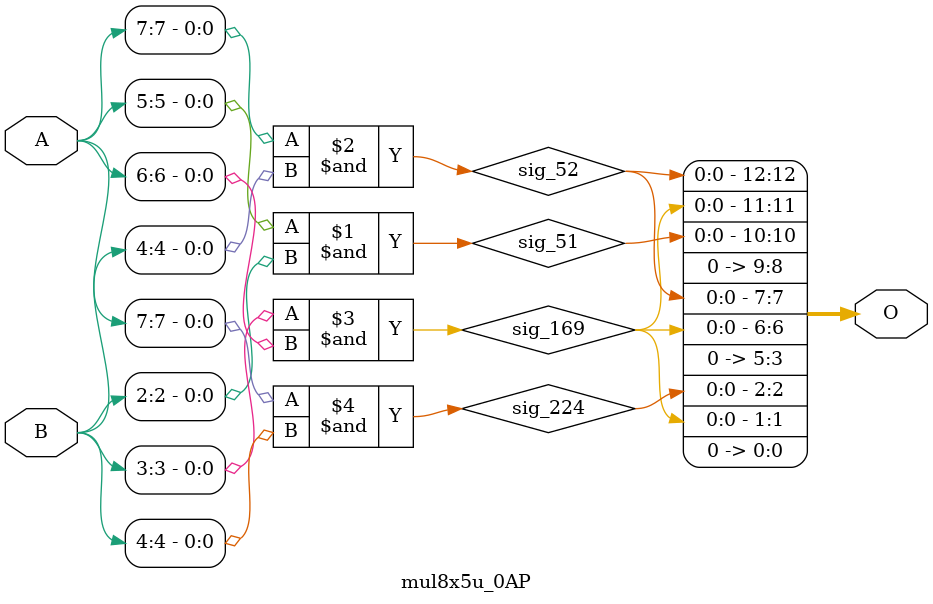
<source format=v>
/***
* This code is a part of EvoApproxLib library (ehw.fit.vutbr.cz/approxlib) distributed under The MIT License.
* When used, please cite the following article(s):  
* This file contains a circuit from a sub-set of pareto optimal circuits with respect to the pwr and mae parameters
***/
// MAE% = 8.06 %
// MAE = 660 
// WCE% = 29.46 %
// WCE = 2413 
// WCRE% = 700.00 %
// EP% = 96.47 %
// MRE% = 65.69 %
// MSE = 759638 
// PDK45_PWR = 0.00089 mW
// PDK45_AREA = 7.0 um2
// PDK45_DELAY = 0.04 ns

module mul8x5u_0AP (
    A,
    B,
    O
);

input [7:0] A;
input [4:0] B;
output [12:0] O;

wire sig_51,sig_52,sig_169,sig_224;

assign sig_51 = A[5] & B[2];
assign sig_52 = A[7] & B[4];
assign sig_169 = B[3] & A[6];
assign sig_224 = A[7] & B[4];

assign O[12] = sig_52;
assign O[11] = sig_169;
assign O[10] = sig_51;
assign O[9] = 1'b0;
assign O[8] = 1'b0;
assign O[7] = sig_52;
assign O[6] = sig_169;
assign O[5] = 1'b0;
assign O[4] = 1'b0;
assign O[3] = 1'b0;
assign O[2] = sig_224;
assign O[1] = sig_169;
assign O[0] = 1'b0;

endmodule



</source>
